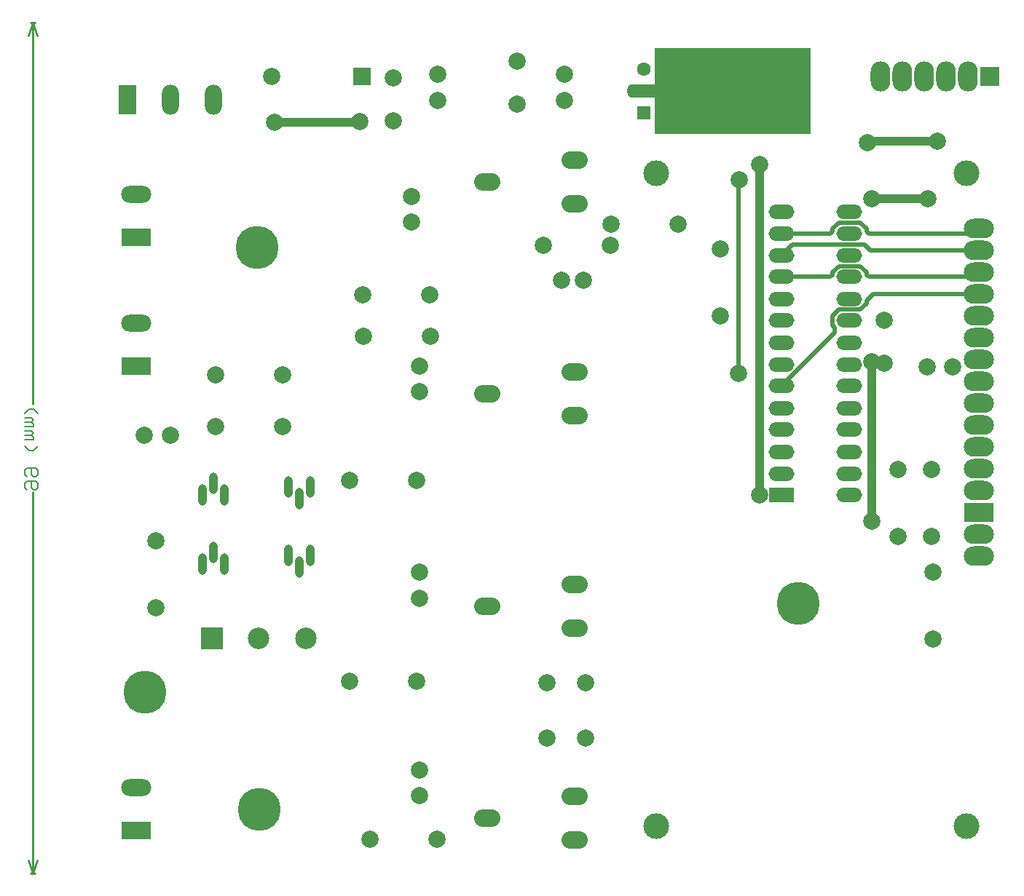
<source format=gtl>
%FSLAX25Y25*%
%MOIN*%
G70*
G01*
G75*
G04 Layer_Physical_Order=1*
G04 Layer_Color=255*
%ADD10C,0.03937*%
%ADD11C,0.01969*%
%ADD12C,0.01000*%
%ADD13C,0.00600*%
%ADD14R,0.71600X0.39300*%
%ADD15C,0.07874*%
%ADD16O,0.03937X0.09843*%
%ADD17O,0.12000X0.08000*%
%ADD18C,0.19685*%
%ADD19C,0.11811*%
%ADD20R,0.13780X0.07874*%
%ADD21O,0.13780X0.07874*%
%ADD22O,0.07874X0.13780*%
%ADD23R,0.07874X0.13780*%
%ADD24O,0.13780X0.09000*%
%ADD25R,0.13780X0.09000*%
%ADD26C,0.15748*%
%ADD27R,0.06299X0.06299*%
%ADD28O,0.15748X0.06299*%
%ADD29C,0.06299*%
%ADD30R,0.11811X0.06693*%
%ADD31O,0.11811X0.06693*%
%ADD32R,0.09000X0.09000*%
%ADD33O,0.09000X0.13780*%
%ADD34C,0.09843*%
%ADD35R,0.09843X0.09843*%
%ADD36R,0.07874X0.07874*%
D10*
X495735Y433858D02*
X464632D01*
X463845Y433071D01*
X231955Y442520D02*
X192585D01*
X414632Y271654D02*
Y423228D01*
X465813Y259842D02*
Y332677D01*
X491404Y407480D02*
X465813D01*
D11*
X404790Y327559D02*
Y415748D01*
X405183Y416142D02*
X404790Y415748D01*
X447019Y391653D02*
X424475D01*
X512979D02*
X464431D01*
X515026Y393701D02*
X512979Y391653D01*
X515026Y373701D02*
X512979Y371654D01*
X448819Y345998D02*
X424475Y321654D01*
X515026Y363701D02*
X466522D01*
X464431Y391653D02*
X463614Y392470D01*
Y393699D01*
X460722Y396590D01*
X450727D01*
X447835Y393699D01*
Y392470D02*
Y393699D01*
Y392470D02*
X447019Y391653D01*
X515026Y383701D02*
X465282D01*
X429412Y386591D02*
X424475Y381653D01*
X462392Y386591D02*
X429412D01*
X465282Y383701D02*
X462392Y386591D01*
X512979Y371654D02*
X464431D01*
X447019D02*
X424475D01*
X466522Y363701D02*
X463614Y360793D01*
Y359609D02*
Y360793D01*
Y359609D02*
X460722Y356716D01*
X447835Y349609D02*
Y353698D01*
X448819Y348624D02*
X447835Y349609D01*
X448819Y345998D02*
Y348624D01*
X460722Y356716D02*
X450853D01*
X447835Y353698D01*
X464431Y371654D02*
X463614Y372470D01*
Y373698D01*
X460722Y376590D01*
X450727D01*
X447835Y373698D01*
Y372470D02*
Y373698D01*
Y372470D02*
X447019Y371654D01*
D12*
X82955Y488189D02*
X80955D01*
X82955Y98425D02*
X80955D01*
X81955Y488189D02*
X79955Y482189D01*
X83955D02*
X81955Y488189D01*
Y98425D02*
X79955Y104425D01*
X83955D02*
X81955Y98425D01*
Y313401D02*
Y488189D01*
Y98425D02*
Y273213D01*
D13*
X79356Y274213D02*
X78356Y275213D01*
Y277212D01*
X79356Y278212D01*
X83354D01*
X84354Y277212D01*
Y275213D01*
X83354Y274213D01*
X82355D01*
X81355Y275213D01*
Y278212D01*
X79356Y280211D02*
X78356Y281211D01*
Y283210D01*
X79356Y284210D01*
X83354D01*
X84354Y283210D01*
Y281211D01*
X83354Y280211D01*
X82355D01*
X81355Y281211D01*
Y284210D01*
X78356Y294207D02*
X80355Y292207D01*
X82355D01*
X84354Y294207D01*
X78356Y297206D02*
X82355D01*
Y298205D01*
X81355Y299205D01*
X78356D01*
X81355D01*
X82355Y300205D01*
X81355Y301204D01*
X78356D01*
Y303204D02*
X82355D01*
Y304203D01*
X81355Y305203D01*
X78356D01*
X81355D01*
X82355Y306203D01*
X81355Y307202D01*
X78356D01*
Y309202D02*
X80355Y311201D01*
X82355D01*
X84354Y309202D01*
D14*
X402383Y456743D02*
D03*
D15*
X323923Y370079D02*
D03*
X333924D02*
D03*
X255380Y408464D02*
D03*
Y396654D02*
D03*
X396522Y353937D02*
D03*
Y384646D02*
D03*
X493766Y205906D02*
D03*
Y236614D02*
D03*
X478018Y252756D02*
D03*
Y283465D02*
D03*
X493372Y252756D02*
D03*
Y283465D02*
D03*
X232742Y363386D02*
D03*
X263451D02*
D03*
X138254Y220079D02*
D03*
Y250787D02*
D03*
X165419Y303150D02*
D03*
X196128D02*
D03*
X233136Y344488D02*
D03*
X263845D02*
D03*
X165419Y326772D02*
D03*
X196128D02*
D03*
X236286Y114173D02*
D03*
X266994D02*
D03*
X226837Y186614D02*
D03*
X257545D02*
D03*
X226837Y278346D02*
D03*
X257545D02*
D03*
X346128Y386221D02*
D03*
X315420D02*
D03*
X247014Y443210D02*
D03*
Y462894D02*
D03*
X471424Y331989D02*
D03*
Y351674D02*
D03*
X258924Y330905D02*
D03*
Y319094D02*
D03*
Y236417D02*
D03*
Y224606D02*
D03*
X491207Y330512D02*
D03*
X503018D02*
D03*
X258924Y145866D02*
D03*
Y134055D02*
D03*
X132939Y299016D02*
D03*
X144750D02*
D03*
X267191Y452559D02*
D03*
Y464370D02*
D03*
X317073Y185945D02*
D03*
Y160354D02*
D03*
X334790D02*
D03*
Y185945D02*
D03*
X346522Y395669D02*
D03*
X377231D02*
D03*
X191286Y463583D02*
D03*
X303412Y450690D02*
D03*
Y470375D02*
D03*
X325262Y452559D02*
D03*
Y464370D02*
D03*
X495735Y433858D02*
D03*
X404790Y327559D02*
D03*
X405183Y416142D02*
D03*
X192585Y442520D02*
D03*
X231561Y442913D02*
D03*
X414632Y423228D02*
D03*
Y271654D02*
D03*
X465813Y259842D02*
D03*
Y332677D02*
D03*
X491404Y407480D02*
D03*
X465813D02*
D03*
X463845Y433071D02*
D03*
D16*
X159632Y240158D02*
D03*
X164632Y245512D02*
D03*
X169632Y240158D02*
D03*
X209002Y244094D02*
D03*
X204002Y238740D02*
D03*
X199002Y244094D02*
D03*
X159632Y271654D02*
D03*
X164632Y277008D02*
D03*
X169632Y271654D02*
D03*
X209002Y275590D02*
D03*
X204002Y270236D02*
D03*
X199002Y275590D02*
D03*
D17*
X289986Y220971D02*
D03*
X329986Y210971D02*
D03*
Y230971D02*
D03*
X289986Y318084D02*
D03*
X329986Y308084D02*
D03*
Y328084D02*
D03*
X289986Y415197D02*
D03*
X329986Y405197D02*
D03*
Y425197D02*
D03*
X289986Y123858D02*
D03*
X329986Y113858D02*
D03*
Y133858D02*
D03*
D18*
X133136Y181496D02*
D03*
X184711Y385039D02*
D03*
X432349Y222047D02*
D03*
X185498Y127953D02*
D03*
D19*
X367388Y419291D02*
D03*
X509120D02*
D03*
Y120079D02*
D03*
X367388D02*
D03*
D20*
X129199Y118110D02*
D03*
Y389764D02*
D03*
Y330709D02*
D03*
D21*
Y137795D02*
D03*
Y409449D02*
D03*
Y350394D02*
D03*
D22*
X164569Y452756D02*
D03*
X144884D02*
D03*
D23*
X125199D02*
D03*
D24*
X515026Y393701D02*
D03*
Y383701D02*
D03*
Y373701D02*
D03*
Y363701D02*
D03*
Y353701D02*
D03*
Y343701D02*
D03*
Y333701D02*
D03*
Y323701D02*
D03*
Y313701D02*
D03*
Y303701D02*
D03*
Y293701D02*
D03*
Y283701D02*
D03*
Y273701D02*
D03*
Y253701D02*
D03*
Y243701D02*
D03*
D25*
Y263701D02*
D03*
D26*
X427082Y456793D02*
D03*
D27*
X361483Y446693D02*
D03*
D28*
Y456693D02*
D03*
D29*
Y466693D02*
D03*
D30*
X424475Y271654D02*
D03*
D31*
Y281653D02*
D03*
Y291653D02*
D03*
Y301654D02*
D03*
Y311653D02*
D03*
Y321654D02*
D03*
Y331653D02*
D03*
Y341653D02*
D03*
Y351654D02*
D03*
Y361653D02*
D03*
Y371654D02*
D03*
Y381653D02*
D03*
Y391653D02*
D03*
Y401653D02*
D03*
X455725Y271654D02*
D03*
Y281653D02*
D03*
Y291653D02*
D03*
Y301654D02*
D03*
Y311653D02*
D03*
Y321654D02*
D03*
Y331653D02*
D03*
Y341653D02*
D03*
Y351654D02*
D03*
Y361653D02*
D03*
Y371654D02*
D03*
Y381653D02*
D03*
Y391653D02*
D03*
Y401653D02*
D03*
D32*
X520026Y463622D02*
D03*
D33*
X510026D02*
D03*
X500026D02*
D03*
X490026D02*
D03*
X480026D02*
D03*
X470026D02*
D03*
D34*
X206758Y206102D02*
D03*
X185301D02*
D03*
D35*
X163845D02*
D03*
D36*
X232467Y463583D02*
D03*
M02*

</source>
